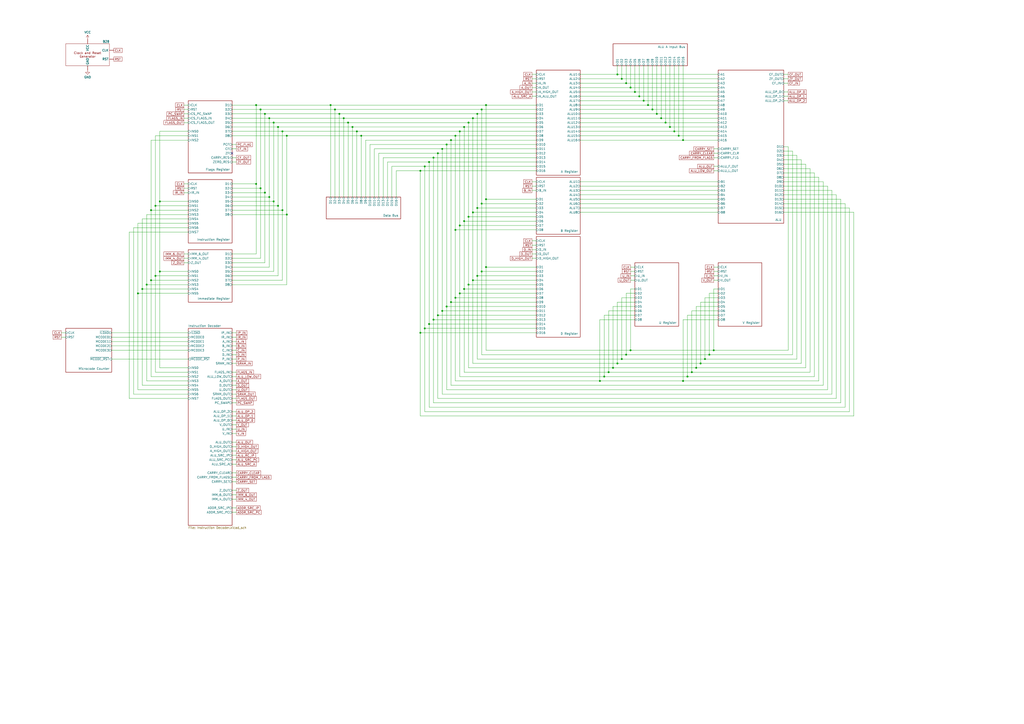
<source format=kicad_sch>
(kicad_sch (version 20230121) (generator eeschema)
  (paper "A2")
  (title_block (title "MiniDragon System Layout"))
  (junction (at 276.86 120.65))
  (junction (at 90.17 119.38))
  (junction (at 264.16 78.74))
  (junction (at 281.94 60.96))
  (junction (at 271.78 165.1))
  (junction (at 396.24 220.98))
  (junction (at 396.24 81.28))
  (junction (at 373.38 58.42))
  (junction (at 92.71 157.48))
  (junction (at 414.02 203.2))
  (junction (at 166.37 124.46))
  (junction (at 201.93 71.12))
  (junction (at 246.38 96.52))
  (junction (at 204.47 73.66))
  (junction (at 276.86 66.04))
  (junction (at 194.31 63.5))
  (junction (at 391.16 76.2))
  (junction (at 166.37 78.74))
  (junction (at 266.7 130.81))
  (junction (at 251.46 91.44))
  (junction (at 158.75 71.12))
  (junction (at 360.68 208.28))
  (junction (at 156.21 114.3))
  (junction (at 87.63 162.56))
  (junction (at 358.14 43.18))
  (junction (at 161.29 119.38))
  (junction (at 92.71 116.84))
  (junction (at 207.01 76.2))
  (junction (at 191.77 60.96))
  (junction (at 254 88.9))
  (junction (at 246.38 190.5))
  (junction (at 256.54 86.36))
  (junction (at 383.54 68.58))
  (junction (at 274.32 123.19))
  (junction (at 266.7 170.18))
  (junction (at 271.78 71.12))
  (junction (at 209.55 78.74))
  (junction (at 378.46 63.5))
  (junction (at 196.85 66.04))
  (junction (at 151.13 63.5))
  (junction (at 251.46 185.42))
  (junction (at 368.3 53.34))
  (junction (at 156.21 68.58))
  (junction (at 254 182.88))
  (junction (at 355.6 213.36))
  (junction (at 381 66.04))
  (junction (at 269.24 128.27))
  (junction (at 271.78 125.73))
  (junction (at 276.86 160.02))
  (junction (at 365.76 50.8))
  (junction (at 353.06 215.9))
  (junction (at 388.62 73.66))
  (junction (at 279.4 157.48))
  (junction (at 370.84 55.88))
  (junction (at 358.14 210.82))
  (junction (at 375.92 60.96))
  (junction (at 411.48 205.74))
  (junction (at 90.17 160.02))
  (junction (at 80.01 170.18))
  (junction (at 406.4 210.82))
  (junction (at 363.22 48.26))
  (junction (at 269.24 167.64))
  (junction (at 393.7 78.74))
  (junction (at 148.59 60.96))
  (junction (at 243.84 99.06))
  (junction (at 148.59 106.68))
  (junction (at 243.84 193.04))
  (junction (at 199.39 68.58))
  (junction (at 259.08 83.82))
  (junction (at 248.92 187.96))
  (junction (at 151.13 109.22))
  (junction (at 266.7 76.2))
  (junction (at 279.4 63.5))
  (junction (at 401.32 215.9))
  (junction (at 163.83 121.92))
  (junction (at 158.75 116.84))
  (junction (at 85.09 165.1))
  (junction (at 281.94 115.57))
  (junction (at 153.67 111.76))
  (junction (at 261.62 81.28))
  (junction (at 161.29 73.66))
  (junction (at 350.52 218.44))
  (junction (at 398.78 218.44))
  (junction (at 259.08 177.8))
  (junction (at 163.83 76.2))
  (junction (at 248.92 93.98))
  (junction (at 264.16 172.72))
  (junction (at 269.24 73.66))
  (junction (at 87.63 121.92))
  (junction (at 386.08 71.12))
  (junction (at 365.76 203.2))
  (junction (at 264.16 133.35))
  (junction (at 281.94 154.94))
  (junction (at 363.22 205.74))
  (junction (at 274.32 162.56))
  (junction (at 360.68 45.72))
  (junction (at 279.4 118.11))
  (junction (at 256.54 180.34))
  (junction (at 274.32 68.58))
  (junction (at 153.67 66.04))
  (junction (at 347.98 220.98))
  (junction (at 403.86 213.36))
  (junction (at 82.55 167.64))
  (junction (at 408.94 208.28))
  (junction (at 261.62 175.26))
  (no_connect (at 134.62 88.9))
  (wire (pts (xy 416.56 73.66) (xy 388.62 73.66)))
  (wire (pts (xy 269.24 128.27) (xy 269.24 73.66)))
  (wire (pts (xy 87.63 121.92) (xy 109.22 121.92)))
  (wire (pts (xy 279.4 157.48) (xy 279.4 118.11)))
  (wire (pts (xy 212.09 114.3) (xy 212.09 81.28)))
  (wire (pts (xy 464.82 210.82) (xy 406.4 210.82)))
  (wire (pts (xy 109.22 129.54) (xy 80.01 129.54)))
  (wire (pts (xy 227.33 114.3) (xy 227.33 96.52)))
  (wire (pts (xy 204.47 114.3) (xy 204.47 73.66)))
  (wire (pts (xy 383.54 68.58) (xy 416.56 68.58)))
  (wire (pts (xy 134.62 71.12) (xy 158.75 71.12)))
  (wire (pts (xy 482.6 110.49) (xy 454.66 110.49)))
  (wire (pts (xy 196.85 66.04) (xy 276.86 66.04)))
  (wire (pts (xy 490.22 118.11) (xy 490.22 236.22)))
  (wire (pts (xy 134.62 274.32) (xy 137.16 274.32)))
  (wire (pts (xy 480.06 226.06) (xy 259.08 226.06)))
  (wire (pts (xy 201.93 71.12) (xy 271.78 71.12)))
  (wire (pts (xy 134.62 205.74) (xy 137.16 205.74)))
  (wire (pts (xy 134.62 220.98) (xy 137.16 220.98)))
  (wire (pts (xy 217.17 86.36) (xy 256.54 86.36)))
  (wire (pts (xy 256.54 180.34) (xy 256.54 228.6)))
  (wire (pts (xy 92.71 157.48) (xy 109.22 157.48)))
  (wire (pts (xy 134.62 66.04) (xy 153.67 66.04)))
  (wire (pts (xy 368.3 180.34) (xy 353.06 180.34)))
  (wire (pts (xy 408.94 208.28) (xy 462.28 208.28)))
  (wire (pts (xy 414.02 162.56) (xy 416.56 162.56)))
  (wire (pts (xy 207.01 114.3) (xy 207.01 76.2)))
  (wire (pts (xy 355.6 177.8) (xy 355.6 213.36)))
  (wire (pts (xy 109.22 226.06) (xy 80.01 226.06)))
  (wire (pts (xy 158.75 116.84) (xy 158.75 71.12)))
  (wire (pts (xy 148.59 147.32) (xy 134.62 147.32)))
  (wire (pts (xy 375.92 60.96) (xy 416.56 60.96)))
  (wire (pts (xy 106.68 63.5) (xy 109.22 63.5)))
  (wire (pts (xy 492.76 120.65) (xy 454.66 120.65)))
  (wire (pts (xy 492.76 238.76) (xy 492.76 120.65)))
  (wire (pts (xy 214.63 114.3) (xy 214.63 83.82)))
  (wire (pts (xy 416.56 170.18) (xy 411.48 170.18)))
  (wire (pts (xy 256.54 86.36) (xy 311.15 86.36)))
  (wire (pts (xy 161.29 160.02) (xy 161.29 119.38)))
  (wire (pts (xy 388.62 38.1) (xy 388.62 73.66)))
  (wire (pts (xy 251.46 185.42) (xy 251.46 91.44)))
  (wire (pts (xy 271.78 125.73) (xy 311.15 125.73)))
  (wire (pts (xy 256.54 228.6) (xy 482.6 228.6)))
  (wire (pts (xy 166.37 78.74) (xy 166.37 124.46)))
  (wire (pts (xy 269.24 128.27) (xy 311.15 128.27)))
  (wire (pts (xy 365.76 50.8) (xy 336.55 50.8)))
  (wire (pts (xy 134.62 91.44) (xy 137.16 91.44)))
  (wire (pts (xy 353.06 215.9) (xy 269.24 215.9)))
  (wire (pts (xy 416.56 185.42) (xy 396.24 185.42)))
  (wire (pts (xy 358.14 43.18) (xy 358.14 38.1)))
  (wire (pts (xy 411.48 205.74) (xy 363.22 205.74)))
  (wire (pts (xy 90.17 78.74) (xy 90.17 119.38)))
  (wire (pts (xy 156.21 68.58) (xy 156.21 114.3)))
  (wire (pts (xy 281.94 154.94) (xy 311.15 154.94)))
  (wire (pts (xy 311.15 185.42) (xy 251.46 185.42)))
  (wire (pts (xy 259.08 177.8) (xy 311.15 177.8)))
  (wire (pts (xy 487.68 233.68) (xy 487.68 115.57)))
  (wire (pts (xy 368.3 177.8) (xy 355.6 177.8)))
  (wire (pts (xy 274.32 210.82) (xy 274.32 162.56)))
  (wire (pts (xy 87.63 81.28) (xy 87.63 121.92)))
  (wire (pts (xy 403.86 177.8) (xy 403.86 213.36)))
  (wire (pts (xy 308.61 53.34) (xy 311.15 53.34)))
  (wire (pts (xy 266.7 170.18) (xy 266.7 218.44)))
  (wire (pts (xy 153.67 111.76) (xy 153.67 66.04)))
  (wire (pts (xy 166.37 78.74) (xy 209.55 78.74)))
  (wire (pts (xy 308.61 142.24) (xy 311.15 142.24)))
  (wire (pts (xy 276.86 120.65) (xy 276.86 160.02)))
  (wire (pts (xy 336.55 58.42) (xy 373.38 58.42)))
  (wire (pts (xy 308.61 149.86) (xy 311.15 149.86)))
  (wire (pts (xy 134.62 228.6) (xy 137.16 228.6)))
  (wire (pts (xy 64.77 200.66) (xy 109.22 200.66)))
  (wire (pts (xy 106.68 71.12) (xy 109.22 71.12)))
  (wire (pts (xy 454.66 45.72) (xy 457.2 45.72)))
  (wire (pts (xy 74.93 231.14) (xy 74.93 134.62)))
  (wire (pts (xy 151.13 63.5) (xy 194.31 63.5)))
  (wire (pts (xy 266.7 76.2) (xy 266.7 130.81)))
  (wire (pts (xy 106.68 68.58) (xy 109.22 68.58)))
  (wire (pts (xy 370.84 38.1) (xy 370.84 55.88)))
  (wire (pts (xy 80.01 170.18) (xy 109.22 170.18)))
  (wire (pts (xy 391.16 76.2) (xy 416.56 76.2)))
  (wire (pts (xy 347.98 185.42) (xy 347.98 220.98)))
  (wire (pts (xy 401.32 180.34) (xy 401.32 215.9)))
  (wire (pts (xy 254 88.9) (xy 311.15 88.9)))
  (wire (pts (xy 467.36 95.25) (xy 454.66 95.25)))
  (wire (pts (xy 224.79 114.3) (xy 224.79 93.98)))
  (wire (pts (xy 416.56 167.64) (xy 414.02 167.64)))
  (wire (pts (xy 134.62 259.08) (xy 137.16 259.08)))
  (wire (pts (xy 416.56 172.72) (xy 408.94 172.72)))
  (wire (pts (xy 77.47 228.6) (xy 109.22 228.6)))
  (wire (pts (xy 153.67 152.4) (xy 134.62 152.4)))
  (wire (pts (xy 368.3 175.26) (xy 358.14 175.26)))
  (wire (pts (xy 194.31 63.5) (xy 279.4 63.5)))
  (wire (pts (xy 365.76 50.8) (xy 416.56 50.8)))
  (wire (pts (xy 264.16 78.74) (xy 311.15 78.74)))
  (wire (pts (xy 414.02 96.52) (xy 416.56 96.52)))
  (wire (pts (xy 308.61 45.72) (xy 311.15 45.72)))
  (wire (pts (xy 229.87 99.06) (xy 243.84 99.06)))
  (wire (pts (xy 109.22 76.2) (xy 92.71 76.2)))
  (wire (pts (xy 194.31 63.5) (xy 194.31 114.3)))
  (wire (pts (xy 246.38 96.52) (xy 311.15 96.52)))
  (wire (pts (xy 414.02 203.2) (xy 457.2 203.2)))
  (wire (pts (xy 336.55 68.58) (xy 383.54 68.58)))
  (wire (pts (xy 134.62 83.82) (xy 137.16 83.82)))
  (wire (pts (xy 271.78 213.36) (xy 355.6 213.36)))
  (wire (pts (xy 375.92 60.96) (xy 336.55 60.96)))
  (wire (pts (xy 311.15 123.19) (xy 274.32 123.19)))
  (wire (pts (xy 276.86 66.04) (xy 276.86 120.65)))
  (wire (pts (xy 264.16 172.72) (xy 264.16 133.35)))
  (wire (pts (xy 261.62 81.28) (xy 261.62 175.26)))
  (wire (pts (xy 454.66 123.19) (xy 495.3 123.19)))
  (wire (pts (xy 261.62 175.26) (xy 311.15 175.26)))
  (wire (pts (xy 308.61 110.49) (xy 311.15 110.49)))
  (wire (pts (xy 259.08 226.06) (xy 259.08 177.8)))
  (wire (pts (xy 403.86 213.36) (xy 467.36 213.36)))
  (wire (pts (xy 365.76 38.1) (xy 365.76 50.8)))
  (wire (pts (xy 308.61 107.95) (xy 311.15 107.95)))
  (wire (pts (xy 368.3 170.18) (xy 363.22 170.18)))
  (wire (pts (xy 266.7 130.81) (xy 266.7 170.18)))
  (wire (pts (xy 254 182.88) (xy 311.15 182.88)))
  (wire (pts (xy 161.29 73.66) (xy 204.47 73.66)))
  (wire (pts (xy 153.67 66.04) (xy 196.85 66.04)))
  (wire (pts (xy 82.55 167.64) (xy 109.22 167.64)))
  (wire (pts (xy 151.13 109.22) (xy 134.62 109.22)))
  (wire (pts (xy 368.3 53.34) (xy 368.3 38.1)))
  (wire (pts (xy 248.92 93.98) (xy 248.92 187.96)))
  (wire (pts (xy 134.62 276.86) (xy 137.16 276.86)))
  (wire (pts (xy 391.16 76.2) (xy 336.55 76.2)))
  (wire (pts (xy 158.75 71.12) (xy 201.93 71.12)))
  (wire (pts (xy 207.01 76.2) (xy 266.7 76.2)))
  (wire (pts (xy 490.22 236.22) (xy 248.92 236.22)))
  (wire (pts (xy 266.7 130.81) (xy 311.15 130.81)))
  (wire (pts (xy 414.02 154.94) (xy 416.56 154.94)))
  (wire (pts (xy 161.29 119.38) (xy 134.62 119.38)))
  (wire (pts (xy 281.94 154.94) (xy 281.94 203.2)))
  (wire (pts (xy 454.66 92.71) (xy 464.82 92.71)))
  (wire (pts (xy 148.59 106.68) (xy 148.59 60.96)))
  (wire (pts (xy 134.62 149.86) (xy 151.13 149.86)))
  (wire (pts (xy 454.66 97.79) (xy 469.9 97.79)))
  (wire (pts (xy 227.33 96.52) (xy 246.38 96.52)))
  (wire (pts (xy 414.02 91.44) (xy 416.56 91.44)))
  (wire (pts (xy 90.17 215.9) (xy 90.17 160.02)))
  (wire (pts (xy 134.62 200.66) (xy 137.16 200.66)))
  (wire (pts (xy 134.62 198.12) (xy 137.16 198.12)))
  (wire (pts (xy 281.94 115.57) (xy 281.94 60.96)))
  (wire (pts (xy 368.3 185.42) (xy 347.98 185.42)))
  (wire (pts (xy 134.62 208.28) (xy 137.16 208.28)))
  (wire (pts (xy 416.56 177.8) (xy 403.86 177.8)))
  (wire (pts (xy 336.55 120.65) (xy 416.56 120.65)))
  (wire (pts (xy 134.62 289.56) (xy 137.16 289.56)))
  (wire (pts (xy 134.62 261.62) (xy 137.16 261.62)))
  (wire (pts (xy 311.15 180.34) (xy 256.54 180.34)))
  (wire (pts (xy 85.09 165.1) (xy 109.22 165.1)))
  (wire (pts (xy 64.77 193.04) (xy 109.22 193.04)))
  (wire (pts (xy 274.32 123.19) (xy 274.32 162.56)))
  (wire (pts (xy 261.62 175.26) (xy 261.62 223.52)))
  (wire (pts (xy 219.71 88.9) (xy 254 88.9)))
  (wire (pts (xy 336.55 110.49) (xy 416.56 110.49)))
  (wire (pts (xy 243.84 99.06) (xy 311.15 99.06)))
  (wire (pts (xy 266.7 170.18) (xy 311.15 170.18)))
  (wire (pts (xy 153.67 111.76) (xy 153.67 152.4)))
  (wire (pts (xy 311.15 172.72) (xy 264.16 172.72)))
  (wire (pts (xy 134.62 121.92) (xy 163.83 121.92)))
  (wire (pts (xy 134.62 193.04) (xy 137.16 193.04)))
  (wire (pts (xy 134.62 106.68) (xy 148.59 106.68)))
  (wire (pts (xy 134.62 279.4) (xy 137.16 279.4)))
  (wire (pts (xy 134.62 93.98) (xy 137.16 93.98)))
  (wire (pts (xy 106.68 111.76) (xy 109.22 111.76)))
  (wire (pts (xy 134.62 154.94) (xy 156.21 154.94)))
  (wire (pts (xy 134.62 165.1) (xy 166.37 165.1)))
  (wire (pts (xy 85.09 124.46) (xy 85.09 165.1)))
  (wire (pts (xy 82.55 223.52) (xy 109.22 223.52)))
  (wire (pts (xy 454.66 107.95) (xy 480.06 107.95)))
  (wire (pts (xy 336.55 78.74) (xy 393.7 78.74)))
  (wire (pts (xy 311.15 190.5) (xy 246.38 190.5)))
  (wire (pts (xy 134.62 160.02) (xy 161.29 160.02)))
  (wire (pts (xy 487.68 115.57) (xy 454.66 115.57)))
  (wire (pts (xy 156.21 154.94) (xy 156.21 114.3)))
  (wire (pts (xy 381 66.04) (xy 336.55 66.04)))
  (wire (pts (xy 264.16 220.98) (xy 264.16 172.72)))
  (wire (pts (xy 308.61 48.26) (xy 311.15 48.26)))
  (wire (pts (xy 381 38.1) (xy 381 66.04)))
  (wire (pts (xy 454.66 102.87) (xy 474.98 102.87)))
  (wire (pts (xy 454.66 43.18) (xy 457.2 43.18)))
  (wire (pts (xy 134.62 215.9) (xy 137.16 215.9)))
  (wire (pts (xy 134.62 223.52) (xy 137.16 223.52)))
  (wire (pts (xy 350.52 218.44) (xy 398.78 218.44)))
  (wire (pts (xy 271.78 71.12) (xy 311.15 71.12)))
  (wire (pts (xy 363.22 170.18) (xy 363.22 205.74)))
  (wire (pts (xy 408.94 172.72) (xy 408.94 208.28)))
  (wire (pts (xy 134.62 248.92) (xy 137.16 248.92)))
  (wire (pts (xy 457.2 203.2) (xy 457.2 85.09)))
  (wire (pts (xy 87.63 218.44) (xy 109.22 218.44)))
  (wire (pts (xy 204.47 73.66) (xy 269.24 73.66)))
  (wire (pts (xy 276.86 208.28) (xy 360.68 208.28)))
  (wire (pts (xy 472.44 100.33) (xy 454.66 100.33)))
  (wire (pts (xy 271.78 165.1) (xy 311.15 165.1)))
  (wire (pts (xy 106.68 106.68) (xy 109.22 106.68)))
  (wire (pts (xy 398.78 182.88) (xy 398.78 218.44)))
  (wire (pts (xy 469.9 97.79) (xy 469.9 215.9)))
  (wire (pts (xy 308.61 144.78) (xy 311.15 144.78)))
  (wire (pts (xy 336.55 123.19) (xy 416.56 123.19)))
  (wire (pts (xy 353.06 180.34) (xy 353.06 215.9)))
  (wire (pts (xy 64.77 195.58) (xy 109.22 195.58)))
  (wire (pts (xy 201.93 114.3) (xy 201.93 71.12)))
  (wire (pts (xy 109.22 132.08) (xy 77.47 132.08)))
  (wire (pts (xy 373.38 58.42) (xy 416.56 58.42)))
  (wire (pts (xy 248.92 236.22) (xy 248.92 187.96)))
  (wire (pts (xy 391.16 38.1) (xy 391.16 76.2)))
  (wire (pts (xy 214.63 83.82) (xy 259.08 83.82)))
  (wire (pts (xy 251.46 233.68) (xy 487.68 233.68)))
  (wire (pts (xy 365.76 154.94) (xy 368.3 154.94)))
  (wire (pts (xy 480.06 107.95) (xy 480.06 226.06)))
  (wire (pts (xy 134.62 243.84) (xy 137.16 243.84)))
  (wire (pts (xy 482.6 228.6) (xy 482.6 110.49)))
  (wire (pts (xy 279.4 118.11) (xy 311.15 118.11)))
  (wire (pts (xy 134.62 284.48) (xy 137.16 284.48)))
  (wire (pts (xy 134.62 60.96) (xy 148.59 60.96)))
  (wire (pts (xy 269.24 167.64) (xy 269.24 128.27)))
  (wire (pts (xy 416.56 78.74) (xy 393.7 78.74)))
  (wire (pts (xy 134.62 231.14) (xy 137.16 231.14)))
  (wire (pts (xy 360.68 208.28) (xy 408.94 208.28)))
  (wire (pts (xy 350.52 182.88) (xy 350.52 218.44)))
  (wire (pts (xy 251.46 91.44) (xy 311.15 91.44)))
  (wire (pts (xy 106.68 152.4) (xy 109.22 152.4)))
  (wire (pts (xy 134.62 195.58) (xy 137.16 195.58)))
  (wire (pts (xy 279.4 118.11) (xy 279.4 63.5)))
  (wire (pts (xy 134.62 233.68) (xy 137.16 233.68)))
  (wire (pts (xy 166.37 124.46) (xy 134.62 124.46)))
  (wire (pts (xy 64.77 203.2) (xy 109.22 203.2)))
  (wire (pts (xy 74.93 134.62) (xy 109.22 134.62)))
  (wire (pts (xy 106.68 147.32) (xy 109.22 147.32)))
  (wire (pts (xy 383.54 68.58) (xy 383.54 38.1)))
  (wire (pts (xy 378.46 63.5) (xy 378.46 38.1)))
  (wire (pts (xy 368.3 53.34) (xy 416.56 53.34)))
  (wire (pts (xy 109.22 124.46) (xy 85.09 124.46)))
  (wire (pts (xy 279.4 205.74) (xy 279.4 157.48)))
  (wire (pts (xy 398.78 218.44) (xy 472.44 218.44)))
  (wire (pts (xy 414.02 160.02) (xy 416.56 160.02)))
  (wire (pts (xy 281.94 115.57) (xy 281.94 154.94)))
  (wire (pts (xy 90.17 119.38) (xy 90.17 160.02)))
  (wire (pts (xy 148.59 60.96) (xy 191.77 60.96)))
  (wire (pts (xy 281.94 203.2) (xy 365.76 203.2)))
  (wire (pts (xy 365.76 162.56) (xy 368.3 162.56)))
  (wire (pts (xy 259.08 83.82) (xy 311.15 83.82)))
  (wire (pts (xy 222.25 114.3) (xy 222.25 91.44)))
  (wire (pts (xy 311.15 115.57) (xy 281.94 115.57)))
  (wire (pts (xy 454.66 118.11) (xy 490.22 118.11)))
  (wire (pts (xy 109.22 215.9) (xy 90.17 215.9)))
  (wire (pts (xy 462.28 90.17) (xy 454.66 90.17)))
  (wire (pts (xy 80.01 170.18) (xy 80.01 226.06)))
  (wire (pts (xy 87.63 121.92) (xy 87.63 162.56)))
  (wire (pts (xy 134.62 256.54) (xy 137.16 256.54)))
  (wire (pts (xy 454.66 55.88) (xy 457.2 55.88)))
  (wire (pts (xy 462.28 208.28) (xy 462.28 90.17)))
  (wire (pts (xy 414.02 99.06) (xy 416.56 99.06)))
  (wire (pts (xy 222.25 91.44) (xy 251.46 91.44)))
  (wire (pts (xy 134.62 246.38) (xy 137.16 246.38)))
  (wire (pts (xy 264.16 133.35) (xy 311.15 133.35)))
  (wire (pts (xy 454.66 58.42) (xy 457.2 58.42)))
  (wire (pts (xy 308.61 43.18) (xy 311.15 43.18)))
  (wire (pts (xy 336.55 73.66) (xy 388.62 73.66)))
  (wire (pts (xy 336.55 48.26) (xy 363.22 48.26)))
  (wire (pts (xy 406.4 210.82) (xy 358.14 210.82)))
  (wire (pts (xy 401.32 215.9) (xy 353.06 215.9)))
  (wire (pts (xy 396.24 185.42) (xy 396.24 220.98)))
  (wire (pts (xy 106.68 66.04) (xy 109.22 66.04)))
  (wire (pts (xy 199.39 68.58) (xy 274.32 68.58)))
  (wire (pts (xy 381 66.04) (xy 416.56 66.04)))
  (wire (pts (xy 209.55 78.74) (xy 264.16 78.74)))
  (wire (pts (xy 336.55 53.34) (xy 368.3 53.34)))
  (wire (pts (xy 363.22 38.1) (xy 363.22 48.26)))
  (wire (pts (xy 459.74 87.63) (xy 459.74 205.74)))
  (wire (pts (xy 82.55 127) (xy 82.55 167.64)))
  (wire (pts (xy 134.62 241.3) (xy 137.16 241.3)))
  (wire (pts (xy 134.62 73.66) (xy 161.29 73.66)))
  (wire (pts (xy 134.62 294.64) (xy 137.16 294.64)))
  (wire (pts (xy 151.13 149.86) (xy 151.13 109.22)))
  (wire (pts (xy 199.39 114.3) (xy 199.39 68.58)))
  (wire (pts (xy 276.86 160.02) (xy 311.15 160.02)))
  (wire (pts (xy 92.71 213.36) (xy 109.22 213.36)))
  (wire (pts (xy 414.02 88.9) (xy 416.56 88.9)))
  (wire (pts (xy 92.71 157.48) (xy 92.71 213.36)))
  (wire (pts (xy 256.54 180.34) (xy 256.54 86.36)))
  (wire (pts (xy 360.68 38.1) (xy 360.68 45.72)))
  (wire (pts (xy 134.62 251.46) (xy 137.16 251.46)))
  (wire (pts (xy 406.4 175.26) (xy 406.4 210.82)))
  (wire (pts (xy 134.62 68.58) (xy 156.21 68.58)))
  (wire (pts (xy 457.2 85.09) (xy 454.66 85.09)))
  (wire (pts (xy 368.3 172.72) (xy 360.68 172.72)))
  (wire (pts (xy 109.22 231.14) (xy 74.93 231.14)))
  (wire (pts (xy 386.08 71.12) (xy 336.55 71.12)))
  (wire (pts (xy 248.92 187.96) (xy 311.15 187.96)))
  (wire (pts (xy 336.55 118.11) (xy 416.56 118.11)))
  (wire (pts (xy 82.55 167.64) (xy 82.55 223.52)))
  (wire (pts (xy 416.56 180.34) (xy 401.32 180.34)))
  (wire (pts (xy 134.62 210.82) (xy 137.16 210.82)))
  (wire (pts (xy 375.92 38.1) (xy 375.92 60.96)))
  (wire (pts (xy 35.56 193.04) (xy 38.1 193.04)))
  (wire (pts (xy 134.62 266.7) (xy 137.16 266.7)))
  (wire (pts (xy 454.66 48.26) (xy 457.2 48.26)))
  (wire (pts (xy 467.36 213.36) (xy 467.36 95.25)))
  (wire (pts (xy 276.86 160.02) (xy 276.86 208.28)))
  (wire (pts (xy 311.15 162.56) (xy 274.32 162.56)))
  (wire (pts (xy 77.47 132.08) (xy 77.47 228.6)))
  (wire (pts (xy 196.85 114.3) (xy 196.85 66.04)))
  (wire (pts (xy 469.9 215.9) (xy 401.32 215.9)))
  (wire (pts (xy 274.32 68.58) (xy 311.15 68.58)))
  (wire (pts (xy 269.24 73.66) (xy 311.15 73.66)))
  (wire (pts (xy 414.02 86.36) (xy 416.56 86.36)))
  (wire (pts (xy 336.55 107.95) (xy 416.56 107.95)))
  (wire (pts (xy 477.52 105.41) (xy 454.66 105.41)))
  (wire (pts (xy 274.32 68.58) (xy 274.32 123.19)))
  (wire (pts (xy 358.14 210.82) (xy 274.32 210.82)))
  (wire (pts (xy 464.82 92.71) (xy 464.82 210.82)))
  (wire (pts (xy 254 231.14) (xy 254 182.88)))
  (wire (pts (xy 396.24 220.98) (xy 347.98 220.98)))
  (wire (pts (xy 109.22 78.74) (xy 90.17 78.74)))
  (wire (pts (xy 386.08 38.1) (xy 386.08 71.12)))
  (wire (pts (xy 85.09 220.98) (xy 85.09 165.1)))
  (wire (pts (xy 166.37 165.1) (xy 166.37 124.46)))
  (wire (pts (xy 90.17 160.02) (xy 109.22 160.02)))
  (wire (pts (xy 64.77 208.28) (xy 109.22 208.28)))
  (wire (pts (xy 219.71 114.3) (xy 219.71 88.9)))
  (wire (pts (xy 134.62 218.44) (xy 137.16 218.44)))
  (wire (pts (xy 365.76 160.02) (xy 368.3 160.02)))
  (wire (pts (xy 281.94 60.96) (xy 311.15 60.96)))
  (wire (pts (xy 64.77 198.12) (xy 109.22 198.12)))
  (wire (pts (xy 246.38 190.5) (xy 246.38 238.76)))
  (wire (pts (xy 370.84 55.88) (xy 336.55 55.88)))
  (wire (pts (xy 355.6 213.36) (xy 403.86 213.36)))
  (wire (pts (xy 134.62 238.76) (xy 137.16 238.76)))
  (wire (pts (xy 134.62 264.16) (xy 137.16 264.16)))
  (wire (pts (xy 271.78 71.12) (xy 271.78 125.73)))
  (wire (pts (xy 269.24 215.9) (xy 269.24 167.64)))
  (wire (pts (xy 308.61 105.41) (xy 311.15 105.41)))
  (wire (pts (xy 360.68 172.72) (xy 360.68 208.28)))
  (wire (pts (xy 90.17 119.38) (xy 109.22 119.38)))
  (wire (pts (xy 363.22 48.26) (xy 416.56 48.26)))
  (wire (pts (xy 163.83 121.92) (xy 163.83 162.56)))
  (wire (pts (xy 246.38 190.5) (xy 246.38 96.52)))
  (wire (pts (xy 134.62 116.84) (xy 158.75 116.84)))
  (wire (pts (xy 308.61 50.8) (xy 311.15 50.8)))
  (wire (pts (xy 161.29 73.66) (xy 161.29 119.38)))
  (wire (pts (xy 396.24 81.28) (xy 336.55 81.28)))
  (wire (pts (xy 92.71 76.2) (xy 92.71 116.84)))
  (wire (pts (xy 134.62 203.2) (xy 137.16 203.2)))
  (wire (pts (xy 308.61 139.7) (xy 311.15 139.7)))
  (wire (pts (xy 416.56 175.26) (xy 406.4 175.26)))
  (wire (pts (xy 396.24 81.28) (xy 416.56 81.28)))
  (wire (pts (xy 156.21 68.58) (xy 199.39 68.58)))
  (wire (pts (xy 134.62 63.5) (xy 151.13 63.5)))
  (wire (pts (xy 224.79 93.98) (xy 248.92 93.98)))
  (wire (pts (xy 477.52 223.52) (xy 477.52 105.41)))
  (wire (pts (xy 264.16 133.35) (xy 264.16 78.74)))
  (wire (pts (xy 163.83 121.92) (xy 163.83 76.2)))
  (wire (pts (xy 336.55 43.18) (xy 358.14 43.18)))
  (wire (pts (xy 156.21 114.3) (xy 134.62 114.3)))
  (wire (pts (xy 92.71 116.84) (xy 109.22 116.84)))
  (wire (pts (xy 191.77 114.3) (xy 191.77 60.96)))
  (wire (pts (xy 308.61 55.88) (xy 311.15 55.88)))
  (wire (pts (xy 396.24 38.1) (xy 396.24 81.28)))
  (wire (pts (xy 106.68 60.96) (xy 109.22 60.96)))
  (wire (pts (xy 254 88.9) (xy 254 182.88)))
  (wire (pts (xy 87.63 162.56) (xy 87.63 218.44)))
  (wire (pts (xy 134.62 111.76) (xy 153.67 111.76)))
  (wire (pts (xy 336.55 45.72) (xy 360.68 45.72)))
  (wire (pts (xy 266.7 218.44) (xy 350.52 218.44)))
  (wire (pts (xy 271.78 125.73) (xy 271.78 165.1)))
  (wire (pts (xy 109.22 220.98) (xy 85.09 220.98)))
  (wire (pts (xy 158.75 116.84) (xy 158.75 157.48)))
  (wire (pts (xy 261.62 81.28) (xy 311.15 81.28)))
  (wire (pts (xy 416.56 45.72) (xy 360.68 45.72)))
  (wire (pts (xy 266.7 76.2) (xy 311.15 76.2)))
  (wire (pts (xy 336.55 105.41) (xy 416.56 105.41)))
  (wire (pts (xy 416.56 182.88) (xy 398.78 182.88)))
  (wire (pts (xy 134.62 78.74) (xy 166.37 78.74)))
  (wire (pts (xy 363.22 205.74) (xy 279.4 205.74)))
  (wire (pts (xy 134.62 287.02) (xy 137.16 287.02)))
  (wire (pts (xy 365.76 167.64) (xy 365.76 203.2)))
  (wire (pts (xy 276.86 66.04) (xy 311.15 66.04)))
  (wire (pts (xy 378.46 63.5) (xy 416.56 63.5)))
  (wire (pts (xy 243.84 99.06) (xy 243.84 193.04)))
  (wire (pts (xy 80.01 129.54) (xy 80.01 170.18)))
  (wire (pts (xy 163.83 76.2) (xy 207.01 76.2)))
  (wire (pts (xy 454.66 53.34) (xy 457.2 53.34)))
  (wire (pts (xy 393.7 38.1) (xy 393.7 78.74)))
  (wire (pts (xy 365.76 203.2) (xy 414.02 203.2)))
  (wire (pts (xy 358.14 175.26) (xy 358.14 210.82)))
  (wire (pts (xy 311.15 167.64) (xy 269.24 167.64)))
  (wire (pts (xy 158.75 157.48) (xy 134.62 157.48)))
  (wire (pts (xy 248.92 93.98) (xy 311.15 93.98)))
  (wire (pts (xy 217.17 114.3) (xy 217.17 86.36)))
  (wire (pts (xy 311.15 157.48) (xy 279.4 157.48)))
  (wire (pts (xy 474.98 220.98) (xy 396.24 220.98)))
  (wire (pts (xy 35.56 195.58) (xy 38.1 195.58)))
  (wire (pts (xy 134.62 86.36) (xy 137.16 86.36)))
  (wire (pts (xy 209.55 114.3) (xy 209.55 78.74)))
  (wire (pts (xy 92.71 116.84) (xy 92.71 157.48)))
  (wire (pts (xy 347.98 220.98) (xy 264.16 220.98)))
  (wire (pts (xy 134.62 226.06) (xy 137.16 226.06)))
  (wire (pts (xy 370.84 55.88) (xy 416.56 55.88)))
  (wire (pts (xy 308.61 147.32) (xy 311.15 147.32)))
  (wire (pts (xy 259.08 83.82) (xy 259.08 177.8)))
  (wire (pts (xy 414.02 157.48) (xy 416.56 157.48)))
  (wire (pts (xy 485.14 231.14) (xy 254 231.14)))
  (wire (pts (xy 336.55 63.5) (xy 378.46 63.5)))
  (wire (pts (xy 495.3 241.3) (xy 243.84 241.3)))
  (wire (pts (xy 191.77 60.96) (xy 281.94 60.96)))
  (wire (pts (xy 454.66 87.63) (xy 459.74 87.63)))
  (wire (pts (xy 459.74 205.74) (xy 411.48 205.74)))
  (wire (pts (xy 386.08 71.12) (xy 416.56 71.12)))
  (wire (pts (xy 87.63 162.56) (xy 109.22 162.56)))
  (wire (pts (xy 246.38 238.76) (xy 492.76 238.76)))
  (wire (pts (xy 271.78 165.1) (xy 271.78 213.36)))
  (wire (pts (xy 336.55 115.57) (xy 416.56 115.57)))
  (wire (pts (xy 336.55 113.03) (xy 416.56 113.03)))
  (wire (pts (xy 373.38 58.42) (xy 373.38 38.1)))
  (wire (pts (xy 411.48 170.18) (xy 411.48 205.74)))
  (wire (pts (xy 212.09 81.28) (xy 261.62 81.28)))
  (wire (pts (xy 243.84 193.04) (xy 311.15 193.04)))
  (wire (pts (xy 358.14 43.18) (xy 416.56 43.18)))
  (wire (pts (xy 229.87 114.3) (xy 229.87 99.06)))
  (wire (pts (xy 134.62 297.18) (xy 137.16 297.18)))
  (wire (pts (xy 163.83 162.56) (xy 134.62 162.56)))
  (wire (pts (xy 365.76 157.48) (xy 368.3 157.48)))
  (wire (pts (xy 474.98 102.87) (xy 474.98 220.98)))
  (wire (pts (xy 368.3 182.88) (xy 350.52 182.88)))
  (wire (pts (xy 151.13 63.5) (xy 151.13 109.22)))
  (wire (pts (xy 414.02 167.64) (xy 414.02 203.2)))
  (wire (pts (xy 148.59 106.68) (xy 148.59 147.32)))
  (wire (pts (xy 368.3 167.64) (xy 365.76 167.64)))
  (wire (pts (xy 472.44 218.44) (xy 472.44 100.33)))
  (wire (pts (xy 134.62 269.24) (xy 137.16 269.24)))
  (wire (pts (xy 276.86 120.65) (xy 311.15 120.65)))
  (wire (pts (xy 109.22 81.28) (xy 87.63 81.28)))
  (wire (pts (xy 454.66 113.03) (xy 485.14 113.03)))
  (wire (pts (xy 109.22 127) (xy 82.55 127)))
  (wire (pts (xy 279.4 63.5) (xy 311.15 63.5)))
  (wire (pts (xy 106.68 149.86) (xy 109.22 149.86)))
  (wire (pts (xy 485.14 113.03) (xy 485.14 231.14)))
  (wire (pts (xy 243.84 241.3) (xy 243.84 193.04)))
  (wire (pts (xy 106.68 109.22) (xy 109.22 109.22)))
  (wire (pts (xy 495.3 123.19) (xy 495.3 241.3)))
  (wire (pts (xy 261.62 223.52) (xy 477.52 223.52)))
  (wire (pts (xy 134.62 76.2) (xy 163.83 76.2)))
  (wire (pts (xy 251.46 185.42) (xy 251.46 233.68)))
  (global_label "D_OUT" (shape passive) (at 308.61 147.32 180) (property "Intersheetrefs" "${INTERSHEET_REFS}" (effects hide)))
  (global_label "ADDR_SRC_IP" (shape passive) (at 137.16 294.64 0) (property "Intersheetrefs" "${INTERSHEET_REFS}" (effects hide)))
  (global_label "PC_SWAP" (shape passive) (at 106.68 66.04 180) (property "Intersheetrefs" "${INTERSHEET_REFS}" (effects hide)))
  (global_label "FLAGS_IN" (shape passive) (at 137.16 215.9 0) (property "Intersheetrefs" "${INTERSHEET_REFS}" (effects hide)))
  (global_label "FLAGS_OUT" (shape passive) (at 106.68 71.12 180) (property "Intersheetrefs" "${INTERSHEET_REFS}" (effects hide)))
  (global_label "RST" (shape passive) (at 35.56 195.58 180) (property "Intersheetrefs" "${INTERSHEET_REFS}" (effects hide)))
  (global_label "A_HIGH_OUT" (shape passive) (at 308.61 53.34 180) (property "Intersheetrefs" "${INTERSHEET_REFS}" (effects hide)))
  (global_label "CF_IN" (shape passive) (at 137.16 86.36 0) (property "Intersheetrefs" "${INTERSHEET_REFS}" (effects hide)))
  (global_label "U_OUT" (shape passive) (at 365.76 162.56 180) (property "Intersheetrefs" "${INTERSHEET_REFS}" (effects hide)))
  (global_label "P_IN" (shape passive) (at 137.16 208.28 0) (property "Intersheetrefs" "${INTERSHEET_REFS}" (effects hide)))
  (global_label "PC_SWAP" (shape passive) (at 137.16 233.68 0) (property "Intersheetrefs" "${INTERSHEET_REFS}" (effects hide)))
  (global_label "FLAGS_OUT" (shape passive) (at 137.16 231.14 0) (property "Intersheetrefs" "${INTERSHEET_REFS}" (effects hide)))
  (global_label "IMM_4_OUT" (shape passive) (at 106.68 149.86 180) (property "Intersheetrefs" "${INTERSHEET_REFS}" (effects hide)))
  (global_label "B_IN" (shape passive) (at 137.16 200.66 0) (property "Intersheetrefs" "${INTERSHEET_REFS}" (effects hide)))
  (global_label "IR_IN" (shape passive) (at 106.68 111.76 180) (property "Intersheetrefs" "${INTERSHEET_REFS}" (effects hide)))
  (global_label "ALU_OP_2" (shape passive) (at 137.16 238.76 0) (property "Intersheetrefs" "${INTERSHEET_REFS}" (effects hide)))
  (global_label "CLK" (shape passive) (at 308.61 43.18 180) (property "Intersheetrefs" "${INTERSHEET_REFS}" (effects hide)))
  (global_label "ALU_RC_IP" (shape passive) (at 137.16 264.16 0) (property "Intersheetrefs" "${INTERSHEET_REFS}" (effects hide)))
  (global_label "ALU_OP_2" (shape passive) (at 457.2 58.42 0) (property "Intersheetrefs" "${INTERSHEET_REFS}" (effects hide)))
  (global_label "A_IN" (shape passive) (at 137.16 198.12 0) (property "Intersheetrefs" "${INTERSHEET_REFS}" (effects hide)))
  (global_label "ALU_LOW_OUT" (shape passive) (at 414.02 99.06 180) (property "Intersheetrefs" "${INTERSHEET_REFS}" (effects hide)))
  (global_label "CF_OUT" (shape passive) (at 137.16 91.44 0) (property "Intersheetrefs" "${INTERSHEET_REFS}" (effects hide)))
  (global_label "Z_OUT" (shape passive) (at 137.16 284.48 0) (property "Intersheetrefs" "${INTERSHEET_REFS}" (effects hide)))
  (global_label "CARRY_CLEAR" (shape passive) (at 137.16 274.32 0) (property "Intersheetrefs" "${INTERSHEET_REFS}" (effects hide)))
  (global_label "ALU_OP_1" (shape passive) (at 137.16 241.3 0) (property "Intersheetrefs" "${INTERSHEET_REFS}" (effects hide)))
  (global_label "PC_FLAG" (shape passive) (at 137.16 83.82 0) (property "Intersheetrefs" "${INTERSHEET_REFS}" (effects hide)))
  (global_label "RST" (shape passive) (at 66.04 34.29 0) (property "Intersheetrefs" "${INTERSHEET_REFS}" (effects hide)))
  (global_label "CLK" (shape passive) (at 365.76 154.94 180) (property "Intersheetrefs" "${INTERSHEET_REFS}" (effects hide)))
  (global_label "CLK" (shape passive) (at 308.61 105.41 180) (property "Intersheetrefs" "${INTERSHEET_REFS}" (effects hide)))
  (global_label "ZF_OUT" (shape passive) (at 457.2 45.72 0) (property "Intersheetrefs" "${INTERSHEET_REFS}" (effects hide)))
  (global_label "CARRY_FROM_FLAGS" (shape passive) (at 414.02 91.44 180) (property "Intersheetrefs" "${INTERSHEET_REFS}" (effects hide)))
  (global_label "V_OUT" (shape passive) (at 137.16 246.38 0) (property "Intersheetrefs" "${INTERSHEET_REFS}" (effects hide)))
  (global_label "CARRY_CLEAR" (shape passive) (at 414.02 88.9 180) (property "Intersheetrefs" "${INTERSHEET_REFS}" (effects hide)))
  (global_label "CLK" (shape passive) (at 66.04 29.21 0) (property "Intersheetrefs" "${INTERSHEET_REFS}" (effects hide)))
  (global_label "IMM_6_OUT" (shape passive) (at 106.68 147.32 180) (property "Intersheetrefs" "${INTERSHEET_REFS}" (effects hide)))
  (global_label "CARRY_FROM_FLAGS" (shape passive) (at 137.16 276.86 0) (property "Intersheetrefs" "${INTERSHEET_REFS}" (effects hide)))
  (global_label "CARRY_SET" (shape passive) (at 414.02 86.36 180) (property "Intersheetrefs" "${INTERSHEET_REFS}" (effects hide)))
  (global_label "RST" (shape passive) (at 365.76 157.48 180) (property "Intersheetrefs" "${INTERSHEET_REFS}" (effects hide)))
  (global_label "CLK" (shape passive) (at 414.02 154.94 180) (property "Intersheetrefs" "${INTERSHEET_REFS}" (effects hide)))
  (global_label "V_IN" (shape passive) (at 137.16 251.46 0) (property "Intersheetrefs" "${INTERSHEET_REFS}" (effects hide)))
  (global_label "ADDR_SRC_PC" (shape passive) (at 137.16 297.18 0) (property "Intersheetrefs" "${INTERSHEET_REFS}" (effects hide)))
  (global_label "IR_IN" (shape passive) (at 137.16 195.58 0) (property "Intersheetrefs" "${INTERSHEET_REFS}" (effects hide)))
  (global_label "D_IN" (shape passive) (at 137.16 205.74 0) (property "Intersheetrefs" "${INTERSHEET_REFS}" (effects hide)))
  (global_label "U_IN" (shape passive) (at 365.76 160.02 180) (property "Intersheetrefs" "${INTERSHEET_REFS}" (effects hide)))
  (global_label "ALU_OUT" (shape passive) (at 414.02 96.52 180) (property "Intersheetrefs" "${INTERSHEET_REFS}" (effects hide)))
  (global_label "IMM_4_OUT" (shape passive) (at 137.16 289.56 0) (property "Intersheetrefs" "${INTERSHEET_REFS}" (effects hide)))
  (global_label "D_HIGH_OUT" (shape passive) (at 137.16 259.08 0) (property "Intersheetrefs" "${INTERSHEET_REFS}" (effects hide)))
  (global_label "IP_IN" (shape passive) (at 137.16 193.04 0) (property "Intersheetrefs" "${INTERSHEET_REFS}" (effects hide)))
  (global_label "CF_IN" (shape passive) (at 457.2 48.26 0) (property "Intersheetrefs" "${INTERSHEET_REFS}" (effects hide)))
  (global_label "ALU_OUT" (shape passive) (at 137.16 256.54 0) (property "Intersheetrefs" "${INTERSHEET_REFS}" (effects hide)))
  (global_label "V_OUT" (shape passive) (at 414.02 162.56 180) (property "Intersheetrefs" "${INTERSHEET_REFS}" (effects hide)))
  (global_label "FLAGS_IN" (shape passive) (at 106.68 68.58 180) (property "Intersheetrefs" "${INTERSHEET_REFS}" (effects hide)))
  (global_label "A_IN" (shape passive) (at 308.61 48.26 180) (property "Intersheetrefs" "${INTERSHEET_REFS}" (effects hide)))
  (global_label "A_HIGH_OUT" (shape passive) (at 137.16 261.62 0) (property "Intersheetrefs" "${INTERSHEET_REFS}" (effects hide)))
  (global_label "CLK" (shape passive) (at 35.56 193.04 180) (property "Intersheetrefs" "${INTERSHEET_REFS}" (effects hide)))
  (global_label "ALU_SRC_A" (shape passive) (at 308.61 55.88 180) (property "Intersheetrefs" "${INTERSHEET_REFS}" (effects hide)))
  (global_label "SRAM_OUT" (shape passive) (at 137.16 228.6 0) (property "Intersheetrefs" "${INTERSHEET_REFS}" (effects hide)))
  (global_label "ALU_SRC_PC" (shape passive) (at 137.16 266.7 0) (property "Intersheetrefs" "${INTERSHEET_REFS}" (effects hide)))
  (global_label "SRAM_IN" (shape passive) (at 137.16 210.82 0) (property "Intersheetrefs" "${INTERSHEET_REFS}" (effects hide)))
  (global_label "U_OUT" (shape passive) (at 137.16 226.06 0) (property "Intersheetrefs" "${INTERSHEET_REFS}" (effects hide)))
  (global_label "A_OUT" (shape passive) (at 137.16 220.98 0) (property "Intersheetrefs" "${INTERSHEET_REFS}" (effects hide)))
  (global_label "RST" (shape passive) (at 414.02 157.48 180) (property "Intersheetrefs" "${INTERSHEET_REFS}" (effects hide)))
  (global_label "Z_OUT" (shape passive) (at 106.68 152.4 180) (property "Intersheetrefs" "${INTERSHEET_REFS}" (effects hide)))
  (global_label "RST" (shape passive) (at 106.68 109.22 180) (property "Intersheetrefs" "${INTERSHEET_REFS}" (effects hide)))
  (global_label "C_IN" (shape passive) (at 137.16 203.2 0) (property "Intersheetrefs" "${INTERSHEET_REFS}" (effects hide)))
  (global_label "D_HIGH_OUT" (shape passive) (at 308.61 149.86 180) (property "Intersheetrefs" "${INTERSHEET_REFS}" (effects hide)))
  (global_label "ALU_SRC_A" (shape passive) (at 137.16 269.24 0) (property "Intersheetrefs" "${INTERSHEET_REFS}" (effects hide)))
  (global_label "A_OUT" (shape passive) (at 308.61 50.8 180) (property "Intersheetrefs" "${INTERSHEET_REFS}" (effects hide)))
  (global_label "RST" (shape passive) (at 308.61 107.95 180) (property "Intersheetrefs" "${INTERSHEET_REFS}" (effects hide)))
  (global_label "CLK" (shape passive) (at 106.68 60.96 180) (property "Intersheetrefs" "${INTERSHEET_REFS}" (effects hide)))
  (global_label "RST" (shape passive) (at 106.68 63.5 180) (property "Intersheetrefs" "${INTERSHEET_REFS}" (effects hide)))
  (global_label "IMM_6_OUT" (shape passive) (at 137.16 287.02 0) (property "Intersheetrefs" "${INTERSHEET_REFS}" (effects hide)))
  (global_label "ALU_LOW_OUT" (shape passive) (at 137.16 218.44 0) (property "Intersheetrefs" "${INTERSHEET_REFS}" (effects hide)))
  (global_label "CF_OUT" (shape passive) (at 457.2 43.18 0) (property "Intersheetrefs" "${INTERSHEET_REFS}" (effects hide)))
  (global_label "D_IN" (shape passive) (at 308.61 144.78 180) (property "Intersheetrefs" "${INTERSHEET_REFS}" (effects hide)))
  (global_label "ALU_OP_1" (shape passive) (at 457.2 55.88 0) (property "Intersheetrefs" "${INTERSHEET_REFS}" (effects hide)))
  (global_label "RST" (shape passive) (at 308.61 142.24 180) (property "Intersheetrefs" "${INTERSHEET_REFS}" (effects hide)))
  (global_label "ALU_OP_0" (shape passive) (at 457.2 53.34 0) (property "Intersheetrefs" "${INTERSHEET_REFS}" (effects hide)))
  (global_label "CLK" (shape passive) (at 308.61 139.7 180) (property "Intersheetrefs" "${INTERSHEET_REFS}" (effects hide)))
  (global_label "ALU_OP_0" (shape passive) (at 137.16 243.84 0) (property "Intersheetrefs" "${INTERSHEET_REFS}" (effects hide)))
  (global_label "B_IN" (shape passive) (at 308.61 110.49 180) (property "Intersheetrefs" "${INTERSHEET_REFS}" (effects hide)))
  (global_label "ZF_OUT" (shape passive) (at 137.16 93.98 0) (property "Intersheetrefs" "${INTERSHEET_REFS}" (effects hide)))
  (global_label "V_IN" (shape passive) (at 414.02 160.02 180) (property "Intersheetrefs" "${INTERSHEET_REFS}" (effects hide)))
  (global_label "RST" (shape passive) (at 308.61 45.72 180) (property "Intersheetrefs" "${INTERSHEET_REFS}" (effects hide)))
  (global_label "CLK" (shape passive) (at 106.68 106.68 180) (property "Intersheetrefs" "${INTERSHEET_REFS}" (effects hide)))
  (global_label "U_IN" (shape passive) (at 137.16 248.92 0) (property "Intersheetrefs" "${INTERSHEET_REFS}" (effects hide)))
  (global_label "CARRY_SET" (shape passive) (at 137.16 279.4 0) (property "Intersheetrefs" "${INTERSHEET_REFS}" (effects hide)))
  (global_label "D_OUT" (shape passive) (at 137.16 223.52 0) (property "Intersheetrefs" "${INTERSHEET_REFS}" (effects hide)))
  (symbol (lib_id "MiniDragon:Clock And Reset Generator") (at 50.8 31.75 0) (unit 1)
    (property "Reference" "B28" (at 63.5 24.13 0) (effects (justify right)))
    (property "Value" "~" (at 50.8 38.1 0))
  )
  (symbol (lib_id "power:GND") (at 50.8 40.64 0) (unit 1)
    (property "Reference" "#PWR058" (effects hide))
    (property "Value" "GND" (at 50.8 44.7731 0))
  )
  (symbol (lib_id "power:VCC") (at 50.8 22.86 0) (unit 1)
    (property "Reference" "#PWR057" (effects hide))
    (property "Value" "VCC" (at 50.8 18.7269 0))
  )
  (sheet (at 38.1 190.5) (size 26.67 25.4) (stroke (width 0.1524))
    (property "Sheetname" "Microcode Counter" (at 63.5 214.63 0) (effects (justify right bottom)))
    (property "Sheetfile" "Microcode Counter.kicad_sch" (effects hide))
    (pin "MCODE2" output (at 64.77 200.66 0))
    (pin "MCODE3" output (at 64.77 203.2 0))
    (pin "MCODE0" output (at 64.77 195.58 0))
    (pin "MCODE1" output (at 64.77 198.12 0))
    (pin "RST" input (at 38.1 195.58 180))
    (pin "CLK" input (at 38.1 193.04 180))
    (pin "~{MCODE_RST}" input (at 64.77 208.28 0))
    (pin "~{ILOAD}" output (at 64.77 193.04 0))
  )
  (sheet (at 355.6 25.4) (size 43.18 12.7) (stroke (width 0.1524))
    (property "Sheetname" "ALU A Input Bus" (at 397.51 27.94 0) (effects (justify right bottom)))
    (property "Sheetfile" "ALU A Input Bus.kicad_sch" (effects hide))
    (pin "D16" bidirectional (at 396.24 38.1 270))
    (pin "D14" bidirectional (at 391.16 38.1 270))
    (pin "D15" bidirectional (at 393.7 38.1 270))
    (pin "D13" bidirectional (at 388.62 38.1 270))
    (pin "D9" bidirectional (at 378.46 38.1 270))
    (pin "D11" bidirectional (at 383.54 38.1 270))
    (pin "D12" bidirectional (at 386.08 38.1 270))
    (pin "D10" bidirectional (at 381 38.1 270))
    (pin "D1" bidirectional (at 358.14 38.1 270))
    (pin "D2" bidirectional (at 360.68 38.1 270))
    (pin "D5" bidirectional (at 368.3 38.1 270))
    (pin "D4" bidirectional (at 365.76 38.1 270))
    (pin "D6" bidirectional (at 370.84 38.1 270))
    (pin "D3" bidirectional (at 363.22 38.1 270))
    (pin "D8" bidirectional (at 375.92 38.1 270))
    (pin "D7" bidirectional (at 373.38 38.1 270))
  )
  (sheet (at 109.22 144.78) (size 25.4 30.48) (stroke (width 0.1524))
    (property "Sheetname" "Immediate Register" (at 133.35 173.99 0) (effects (justify right bottom)))
    (property "Sheetfile" "Immediate Register.kicad_sch" (effects hide))
    (pin "D6" output (at 134.62 160.02 0))
    (pin "D8" output (at 134.62 165.1 0))
    (pin "D7" output (at 134.62 162.56 0))
    (pin "D2" output (at 134.62 149.86 0))
    (pin "D1" output (at 134.62 147.32 0))
    (pin "D3" output (at 134.62 152.4 0))
    (pin "D4" output (at 134.62 154.94 0))
    (pin "D5" output (at 134.62 157.48 0))
    (pin "Z_OUT" input (at 109.22 152.4 180))
    (pin "INS3" input (at 109.22 165.1 180))
    (pin "INS2" input (at 109.22 162.56 180))
    (pin "IMM_4_OUT" input (at 109.22 149.86 180))
    (pin "INS1" input (at 109.22 160.02 180))
    (pin "INS0" input (at 109.22 157.48 180))
    (pin "IMM_6_OUT" input (at 109.22 147.32 180))
    (pin "INS4" input (at 109.22 167.64 180))
    (pin "INS5" input (at 109.22 170.18 180))
  )
  (sheet (at 109.22 104.14) (size 25.4 36.83) (stroke (width 0.1524))
    (property "Sheetname" "Instruction Register" (at 133.35 139.7 0) (effects (justify right bottom)))
    (property "Sheetfile" "Instruction Register.kicad_sch" (effects hide))
    (pin "INS3" output (at 109.22 124.46 180))
    (pin "INS2" output (at 109.22 121.92 180))
    (pin "INS1" output (at 109.22 119.38 180))
    (pin "INS4" output (at 109.22 127 180))
    (pin "D2" input (at 134.62 109.22 0))
    (pin "D1" input (at 134.62 106.68 0))
    (pin "D3" input (at 134.62 111.76 0))
    (pin "D4" input (at 134.62 114.3 0))
    (pin "CLK" input (at 109.22 106.68 180))
    (pin "RST" input (at 109.22 109.22 180))
    (pin "IR_IN" input (at 109.22 111.76 180))
    (pin "D5" input (at 134.62 116.84 0))
    (pin "D8" input (at 134.62 124.46 0))
    (pin "D6" input (at 134.62 119.38 0))
    (pin "D7" input (at 134.62 121.92 0))
    (pin "INS6" output (at 109.22 132.08 180))
    (pin "INS5" output (at 109.22 129.54 180))
    (pin "INS7" output (at 109.22 134.62 180))
    (pin "INS0" output (at 109.22 116.84 180))
  )
  (sheet (at 109.22 190.5) (size 25.4 114.3) (stroke (width 0.1524))
    (property "Sheetname" "Instruction Decoder" (at 109.22 189.7884 0) (effects (justify left bottom)))
    (property "Sheetfile" "Instruction Decoder.kicad_sch" (at 109.22 305.3846 0) (effects (justify left top)))
    (pin "MCODE1" input (at 109.22 198.12 180))
    (pin "MCODE0" input (at 109.22 195.58 180))
    (pin "MCODE3" input (at 109.22 203.2 180))
    (pin "MCODE2" input (at 109.22 200.66 180))
    (pin "~{ILOAD}" input (at 109.22 193.04 180))
    (pin "IR_IN" output (at 134.62 195.58 0))
    (pin "B_IN" output (at 134.62 200.66 0))
    (pin "IP_IN" output (at 134.62 193.04 0))
    (pin "A_IN" output (at 134.62 198.12 0))
    (pin "C_IN" output (at 134.62 203.2 0))
    (pin "D_IN" output (at 134.62 205.74 0))
    (pin "P_IN" output (at 134.62 208.28 0))
    (pin "SRAM_IN" output (at 134.62 210.82 0))
    (pin "ALU_LOW_OUT" output (at 134.62 218.44 0))
    (pin "U_OUT" output (at 134.62 226.06 0))
    (pin "FLAGS_IN" output (at 134.62 215.9 0))
    (pin "A_OUT" output (at 134.62 220.98 0))
    (pin "D_OUT" output (at 134.62 223.52 0))
    (pin "PC_SWAP" output (at 134.62 233.68 0))
    (pin "SRAM_OUT" output (at 134.62 228.6 0))
    (pin "FLAGS_OUT" output (at 134.62 231.14 0))
    (pin "ADDR_SRC_IP" output (at 134.62 294.64 0))
    (pin "ADDR_SRC_PC" output (at 134.62 297.18 0))
    (pin "A_HIGH_OUT" output (at 134.62 261.62 0))
    (pin "ALU_SRC_IP" output (at 134.62 264.16 0))
    (pin "ALU_SRC_PC" output (at 134.62 266.7 0))
    (pin "D_HIGH_OUT" output (at 134.62 259.08 0))
    (pin "ALU_SRC_A" output (at 134.62 269.24 0))
    (pin "ALU_OUT" output (at 134.62 256.54 0))
    (pin "CARRY_SET" output (at 134.62 279.4 0))
    (pin "CARRY_FROM_FLAGS" output (at 134.62 276.86 0))
    (pin "CARRY_CLEAR" output (at 134.62 274.32 0))
    (pin "IMM_4_OUT" output (at 134.62 289.56 0))
    (pin "IMM_6_OUT" output (at 134.62 287.02 0))
    (pin "Z_OUT" output (at 134.62 284.48 0))
    (pin "ALU_OP_2" output (at 134.62 238.76 0))
    (pin "ALU_OP_1" output (at 134.62 241.3 0))
    (pin "ALU_OP_0" output (at 134.62 243.84 0))
    (pin "V_OUT" output (at 134.62 246.38 0))
    (pin "U_IN" output (at 134.62 248.92 0))
    (pin "V_IN" output (at 134.62 251.46 0))
    (pin "~{MCODE_RST}" output (at 109.22 208.28 180))
    (pin "INS4" input (at 109.22 223.52 180))
    (pin "INS5" input (at 109.22 226.06 180))
    (pin "INS6" input (at 109.22 228.6 180))
    (pin "INS7" input (at 109.22 231.14 180))
    (pin "INS0" input (at 109.22 213.36 180))
    (pin "INS1" input (at 109.22 215.9 180))
    (pin "INS2" input (at 109.22 218.44 180))
    (pin "INS3" input (at 109.22 220.98 180))
  )
  (sheet (at 311.15 137.16) (size 25.4 58.42) (stroke (width 0.1524))
    (property "Sheetname" "D Register" (at 335.28 194.31 0) (effects (justify right bottom)))
    (property "Sheetfile" "D Register.kicad_sch" (effects hide))
    (pin "D8" bidirectional (at 311.15 172.72 180))
    (pin "D7" bidirectional (at 311.15 170.18 180))
    (pin "D6" bidirectional (at 311.15 167.64 180))
    (pin "RST" input (at 311.15 142.24 180))
    (pin "CLK" input (at 311.15 139.7 180))
    (pin "D5" bidirectional (at 311.15 165.1 180))
    (pin "D_IN" input (at 311.15 144.78 180))
    (pin "D4" bidirectional (at 311.15 162.56 180))
    (pin "D2" bidirectional (at 311.15 157.48 180))
    (pin "D3" bidirectional (at 311.15 160.02 180))
    (pin "D1" bidirectional (at 311.15 154.94 180))
    (pin "D16" bidirectional (at 311.15 193.04 180))
    (pin "D12" bidirectional (at 311.15 182.88 180))
    (pin "D10" bidirectional (at 311.15 177.8 180))
    (pin "D15" bidirectional (at 311.15 190.5 180))
    (pin "D14" bidirectional (at 311.15 187.96 180))
    (pin "D11" bidirectional (at 311.15 180.34 180))
    (pin "D13" bidirectional (at 311.15 185.42 180))
    (pin "D9" bidirectional (at 311.15 175.26 180))
    (pin "D_HIGH_OUT" input (at 311.15 149.86 180))
    (pin "D_OUT" input (at 311.15 147.32 180))
  )
  (sheet (at 311.15 102.87) (size 25.4 33.02) (stroke (width 0.1524))
    (property "Sheetname" "B Register" (at 335.28 134.62 0) (effects (justify right bottom)))
    (property "Sheetfile" "B Register.kicad_sch" (effects hide))
    (pin "CLK" input (at 311.15 105.41 180))
    (pin "B_IN" input (at 311.15 110.49 180))
    (pin "RST" input (at 311.15 107.95 180))
    (pin "D1" input (at 311.15 115.57 180))
    (pin "D6" input (at 311.15 128.27 180))
    (pin "D7" input (at 311.15 130.81 180))
    (pin "D8" input (at 311.15 133.35 180))
    (pin "D2" input (at 311.15 118.11 180))
    (pin "D3" input (at 311.15 120.65 180))
    (pin "D4" input (at 311.15 123.19 180))
    (pin "D5" input (at 311.15 125.73 180))
    (pin "ALU1" output (at 336.55 105.41 0))
    (pin "ALU2" output (at 336.55 107.95 0))
    (pin "ALU3" output (at 336.55 110.49 0))
    (pin "ALU4" output (at 336.55 113.03 0))
    (pin "ALU5" output (at 336.55 115.57 0))
    (pin "ALU6" output (at 336.55 118.11 0))
    (pin "ALU7" output (at 336.55 120.65 0))
    (pin "ALU8" output (at 336.55 123.19 0))
  )
  (sheet (at 109.22 58.42) (size 25.4 41.91) (stroke (width 0.1524))
    (property "Sheetname" "Flags Register" (at 133.35 99.06 0) (effects (justify right bottom)))
    (property "Sheetfile" "Flags Register.kicad_sch" (effects hide))
    (pin "CF" output (at 134.62 86.36 0))
    (pin "INS2" input (at 109.22 81.28 180))
    (pin "INS1" input (at 109.22 78.74 180))
    (pin "ZF" output (at 134.62 88.9 0))
    (pin "INS0" input (at 109.22 76.2 180))
    (pin "CS_FLAGS_OUT" input (at 109.22 71.12 180))
    (pin "D1" output (at 134.62 60.96 0))
    (pin "D2" output (at 134.62 63.5 0))
    (pin "D3" output (at 134.62 66.04 0))
    (pin "D4" output (at 134.62 68.58 0))
    (pin "D5" output (at 134.62 71.12 0))
    (pin "D6" output (at 134.62 73.66 0))
    (pin "D7" output (at 134.62 76.2 0))
    (pin "D8" output (at 134.62 78.74 0))
    (pin "CS_PC_SWAP" input (at 109.22 66.04 180))
    (pin "RST" input (at 109.22 63.5 180))
    (pin "ZERO_RES" input (at 134.62 93.98 0))
    (pin "CS_FLAGS_IN" input (at 109.22 68.58 180))
    (pin "CLK" input (at 109.22 60.96 180))
    (pin "CARRY_RES" input (at 134.62 91.44 0))
    (pin "PCF" output (at 134.62 83.82 0))
  )
  (sheet (at 368.3 152.4) (size 25.4 36.83) (stroke (width 0.1524))
    (property "Sheetname" "U Register" (at 392.43 187.96 0) (effects (justify right bottom)))
    (property "Sheetfile" "U Register.kicad_sch" (effects hide))
    (pin "D4" bidirectional (at 368.3 175.26 180))
    (pin "D2" bidirectional (at 368.3 170.18 180))
    (pin "D1" bidirectional (at 368.3 167.64 180))
    (pin "D3" bidirectional (at 368.3 172.72 180))
    (pin "CLK" input (at 368.3 154.94 180))
    (pin "U_IN" input (at 368.3 160.02 180))
    (pin "D5" bidirectional (at 368.3 177.8 180))
    (pin "RST" input (at 368.3 157.48 180))
    (pin "D6" bidirectional (at 368.3 180.34 180))
    (pin "D8" bidirectional (at 368.3 185.42 180))
    (pin "D7" bidirectional (at 368.3 182.88 180))
    (pin "U_OUT" input (at 368.3 162.56 180))
  )
  (sheet (at 189.23 114.3) (size 43.18 12.7) (stroke (width 0.1524))
    (property "Sheetname" "Data Bus" (at 231.14 125.73 0) (effects (justify right bottom)))
    (property "Sheetfile" "Data Bus.kicad_sch" (effects hide))
    (pin "D12" bidirectional (at 219.71 114.3 90))
    (pin "D13" bidirectional (at 222.25 114.3 90))
    (pin "D14" bidirectional (at 224.79 114.3 90))
    (pin "D15" bidirectional (at 227.33 114.3 90))
    (pin "D16" bidirectional (at 229.87 114.3 90))
    (pin "D6" bidirectional (at 204.47 114.3 90))
    (pin "D7" bidirectional (at 207.01 114.3 90))
    (pin "D8" bidirectional (at 209.55 114.3 90))
    (pin "D1" bidirectional (at 191.77 114.3 90))
    (pin "D2" bidirectional (at 194.31 114.3 90))
    (pin "D3" bidirectional (at 196.85 114.3 90))
    (pin "D4" bidirectional (at 199.39 114.3 90))
    (pin "D5" bidirectional (at 201.93 114.3 90))
    (pin "D9" bidirectional (at 212.09 114.3 90))
    (pin "D10" bidirectional (at 214.63 114.3 90))
    (pin "D11" bidirectional (at 217.17 114.3 90))
  )
  (sheet (at 416.56 40.64) (size 38.1 88.9) (stroke (width 0.1524))
    (property "Sheetname" "ALU" (at 453.39 128.27 0) (effects (justify right bottom)))
    (property "Sheetfile" "ALU.kicad_sch" (effects hide))
    (pin "ZF_OUT" output (at 454.66 45.72 0))
    (pin "CF_OUT" output (at 454.66 43.18 0))
    (pin "D2" output (at 454.66 87.63 0))
    (pin "D1" output (at 454.66 85.09 0))
    (pin "D8" output (at 454.66 102.87 0))
    (pin "D7" output (at 454.66 100.33 0))
    (pin "D3" output (at 454.66 90.17 0))
    (pin "D4" output (at 454.66 92.71 0))
    (pin "D5" output (at 454.66 95.25 0))
    (pin "D6" output (at 454.66 97.79 0))
    (pin "ALU_F_OUT" input (at 416.56 96.52 180))
    (pin "A14" input (at 416.56 76.2 180))
    (pin "A13" input (at 416.56 73.66 180))
    (pin "A15" input (at 416.56 78.74 180))
    (pin "A16" input (at 416.56 81.28 180))
    (pin "A12" input (at 416.56 71.12 180))
    (pin "A7" input (at 416.56 58.42 180))
    (pin "A8" input (at 416.56 60.96 180))
    (pin "A11" input (at 416.56 68.58 180))
    (pin "A10" input (at 416.56 66.04 180))
    (pin "A9" input (at 416.56 63.5 180))
    (pin "B4" input (at 416.56 113.03 180))
    (pin "B5" input (at 416.56 115.57 180))
    (pin "B1" input (at 416.56 105.41 180))
    (pin "B3" input (at 416.56 110.49 180))
    (pin "B2" input (at 416.56 107.95 180))
    (pin "A5" input (at 416.56 53.34 180))
    (pin "A3" input (at 416.56 48.26 180))
    (pin "A1" input (at 416.56 43.18 180))
    (pin "A2" input (at 416.56 45.72 180))
    (pin "A6" input (at 416.56 55.88 180))
    (pin "A4" input (at 416.56 50.8 180))
    (pin "B7" input (at 416.56 120.65 180))
    (pin "B6" input (at 416.56 118.11 180))
    (pin "B8" input (at 416.56 123.19 180))
    (pin "CARRY_CLR" input (at 416.56 88.9 180))
    (pin "CARRY_SET" input (at 416.56 86.36 180))
    (pin "CF_IN" input (at 454.66 48.26 0))
    (pin "CARRY_FLG" input (at 416.56 91.44 180))
    (pin "ALU_L_OUT" input (at 416.56 99.06 180))
    (pin "D10" output (at 454.66 107.95 0))
    (pin "D11" output (at 454.66 110.49 0))
    (pin "D12" output (at 454.66 113.03 0))
    (pin "D13" output (at 454.66 115.57 0))
    (pin "D14" output (at 454.66 118.11 0))
    (pin "D9" output (at 454.66 105.41 0))
    (pin "D16" output (at 454.66 123.19 0))
    (pin "D15" output (at 454.66 120.65 0))
    (pin "ALU_OP_2" input (at 454.66 58.42 0))
    (pin "ALU_OP_0" input (at 454.66 53.34 0))
    (pin "ALU_OP_1" input (at 454.66 55.88 0))
  )
  (sheet (at 416.56 152.4) (size 25.4 36.83) (stroke (width 0.1524))
    (property "Sheetname" "V Register" (at 440.69 187.96 0) (effects (justify right bottom)))
    (property "Sheetfile" "V Register.kicad_sch" (effects hide))
    (pin "D8" bidirectional (at 416.56 185.42 180))
    (pin "D5" bidirectional (at 416.56 177.8 180))
    (pin "D6" bidirectional (at 416.56 180.34 180))
    (pin "D7" bidirectional (at 416.56 182.88 180))
    (pin "RST" input (at 416.56 157.48 180))
    (pin "CLK" input (at 416.56 154.94 180))
    (pin "V_IN" input (at 416.56 160.02 180))
    (pin "D2" bidirectional (at 416.56 170.18 180))
    (pin "D3" bidirectional (at 416.56 172.72 180))
    (pin "D1" bidirectional (at 416.56 167.64 180))
    (pin "D4" bidirectional (at 416.56 175.26 180))
    (pin "V_OUT" input (at 416.56 162.56 180))
  )
  (sheet (at 311.15 40.64) (size 25.4 60.96) (stroke (width 0.1524))
    (property "Sheetname" "A Register" (at 335.28 100.33 0) (effects (justify right bottom)))
    (property "Sheetfile" "A Register.kicad_sch" (effects hide))
    (pin "CLK" input (at 311.15 43.18 180))
    (pin "A_IN" input (at 311.15 48.26 180))
    (pin "D7" bidirectional (at 311.15 76.2 180))
    (pin "D8" bidirectional (at 311.15 78.74 180))
    (pin "D3" bidirectional (at 311.15 66.04 180))
    (pin "D1" bidirectional (at 311.15 60.96 180))
    (pin "D2" bidirectional (at 311.15 63.5 180))
    (pin "RST" input (at 311.15 45.72 180))
    (pin "D4" bidirectional (at 311.15 68.58 180))
    (pin "D6" bidirectional (at 311.15 73.66 180))
    (pin "D5" bidirectional (at 311.15 71.12 180))
    (pin "A_ALU_OUT" input (at 311.15 55.88 180))
    (pin "ALU15" bidirectional (at 336.55 78.74 0))
    (pin "ALU16" bidirectional (at 336.55 81.28 0))
    (pin "ALU14" bidirectional (at 336.55 76.2 0))
    (pin "ALU9" bidirectional (at 336.55 63.5 0))
    (pin "ALU13" bidirectional (at 336.55 73.66 0))
    (pin "ALU10" bidirectional (at 336.55 66.04 0))
    (pin "ALU12" bidirectional (at 336.55 71.12 0))
    (pin "ALU11" bidirectional (at 336.55 68.58 0))
    (pin "A_OUT" input (at 311.15 50.8 180))
    (pin "A_HIGH_OUT" input (at 311.15 53.34 180))
    (pin "D16" bidirectional (at 311.15 99.06 180))
    (pin "D9" bidirectional (at 311.15 81.28 180))
    (pin "D10" bidirectional (at 311.15 83.82 180))
    (pin "D12" bidirectional (at 311.15 88.9 180))
    (pin "D15" bidirectional (at 311.15 96.52 180))
    (pin "D13" bidirectional (at 311.15 91.44 180))
    (pin "D14" bidirectional (at 311.15 93.98 180))
    (pin "D11" bidirectional (at 311.15 86.36 180))
    (pin "ALU8" bidirectional (at 336.55 60.96 0))
    (pin "ALU7" bidirectional (at 336.55 58.42 0))
    (pin "ALU6" bidirectional (at 336.55 55.88 0))
    (pin "ALU1" bidirectional (at 336.55 43.18 0))
    (pin "ALU5" bidirectional (at 336.55 53.34 0))
    (pin "ALU3" bidirectional (at 336.55 48.26 0))
    (pin "ALU2" bidirectional (at 336.55 45.72 0))
    (pin "ALU4" bidirectional (at 336.55 50.8 0))
  )
)
</source>
